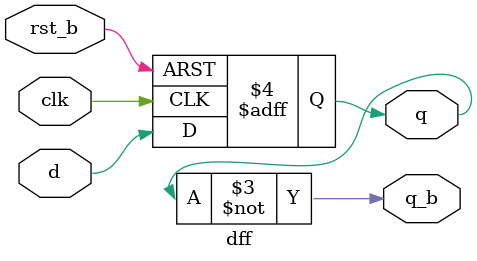
<source format=sv>
module dff(
input	logic clk, rst_b, d,
output	logic q, q_b);

	
always_ff @(posedge clk, negedge rst_b) begin
	if (!rst_b)
		q <= 1'b0;	//Asynchronous reset
	else 
		q <= d;
end

assign q_b = ~q;

endmodule

</source>
